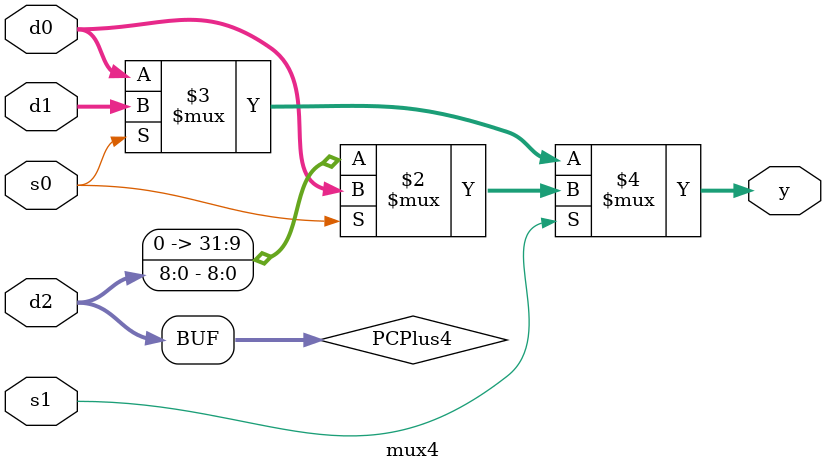
<source format=sv>
`timescale 1ns / 1ps


module mux4
    #(parameter WIDTH = 9,
      parameter DATA_W = 32)
    (input logic [DATA_W-1:0] d0,d1,
     input logic [WIDTH-1:0] d2,
     input logic s1,s0,
     output logic [DATA_W-1:0] y);


logic [WIDTH-1:0] PCPlus4; 

//extend pc bits to fill reg
assign PCPlus4 = {23'b0,d2};

assign y = s1 ? (s0 ? d0 : PCPlus4) :
                (s0 ? d1 : d0) ;

endmodule

</source>
